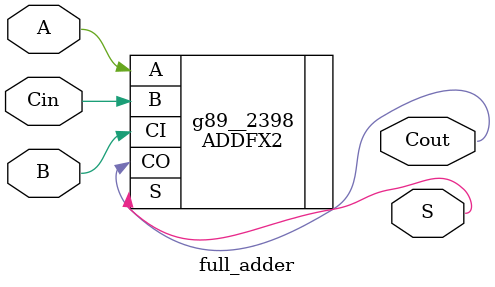
<source format=v>


// Verification Directory fv/full_adder 

module full_adder(A, B, Cin, S, Cout);
  input A, B, Cin;
  output S, Cout;
  wire A, B, Cin;
  wire S, Cout;
  ADDFX2 g89__2398(.A (A), .B (Cin), .CI (B), .CO (Cout), .S (S));
endmodule


</source>
